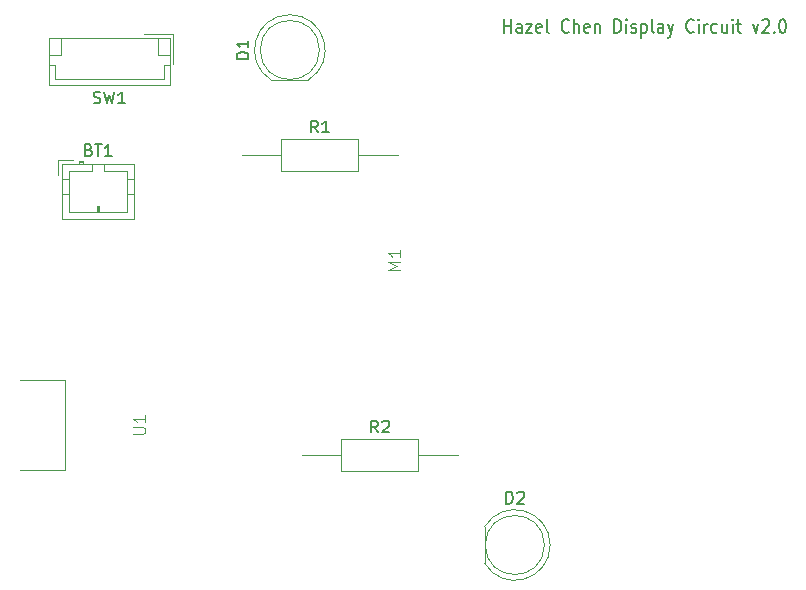
<source format=gbr>
%TF.GenerationSoftware,KiCad,Pcbnew,8.0.8*%
%TF.CreationDate,2025-02-26T19:15:05-08:00*%
%TF.ProjectId,techin514-final-project,74656368-696e-4353-9134-2d66696e616c,rev?*%
%TF.SameCoordinates,Original*%
%TF.FileFunction,Legend,Top*%
%TF.FilePolarity,Positive*%
%FSLAX46Y46*%
G04 Gerber Fmt 4.6, Leading zero omitted, Abs format (unit mm)*
G04 Created by KiCad (PCBNEW 8.0.8) date 2025-02-26 19:15:05*
%MOMM*%
%LPD*%
G01*
G04 APERTURE LIST*
%ADD10C,0.200000*%
%ADD11C,0.150000*%
%ADD12C,0.100000*%
%ADD13C,0.120000*%
G04 APERTURE END LIST*
D10*
X104509673Y-63342742D02*
X104509673Y-62142742D01*
X104509673Y-62714171D02*
X105081101Y-62714171D01*
X105081101Y-63342742D02*
X105081101Y-62142742D01*
X105985863Y-63342742D02*
X105985863Y-62714171D01*
X105985863Y-62714171D02*
X105938244Y-62599885D01*
X105938244Y-62599885D02*
X105843006Y-62542742D01*
X105843006Y-62542742D02*
X105652530Y-62542742D01*
X105652530Y-62542742D02*
X105557292Y-62599885D01*
X105985863Y-63285600D02*
X105890625Y-63342742D01*
X105890625Y-63342742D02*
X105652530Y-63342742D01*
X105652530Y-63342742D02*
X105557292Y-63285600D01*
X105557292Y-63285600D02*
X105509673Y-63171314D01*
X105509673Y-63171314D02*
X105509673Y-63057028D01*
X105509673Y-63057028D02*
X105557292Y-62942742D01*
X105557292Y-62942742D02*
X105652530Y-62885600D01*
X105652530Y-62885600D02*
X105890625Y-62885600D01*
X105890625Y-62885600D02*
X105985863Y-62828457D01*
X106366816Y-62542742D02*
X106890625Y-62542742D01*
X106890625Y-62542742D02*
X106366816Y-63342742D01*
X106366816Y-63342742D02*
X106890625Y-63342742D01*
X107652530Y-63285600D02*
X107557292Y-63342742D01*
X107557292Y-63342742D02*
X107366816Y-63342742D01*
X107366816Y-63342742D02*
X107271578Y-63285600D01*
X107271578Y-63285600D02*
X107223959Y-63171314D01*
X107223959Y-63171314D02*
X107223959Y-62714171D01*
X107223959Y-62714171D02*
X107271578Y-62599885D01*
X107271578Y-62599885D02*
X107366816Y-62542742D01*
X107366816Y-62542742D02*
X107557292Y-62542742D01*
X107557292Y-62542742D02*
X107652530Y-62599885D01*
X107652530Y-62599885D02*
X107700149Y-62714171D01*
X107700149Y-62714171D02*
X107700149Y-62828457D01*
X107700149Y-62828457D02*
X107223959Y-62942742D01*
X108271578Y-63342742D02*
X108176340Y-63285600D01*
X108176340Y-63285600D02*
X108128721Y-63171314D01*
X108128721Y-63171314D02*
X108128721Y-62142742D01*
X109985864Y-63228457D02*
X109938245Y-63285600D01*
X109938245Y-63285600D02*
X109795388Y-63342742D01*
X109795388Y-63342742D02*
X109700150Y-63342742D01*
X109700150Y-63342742D02*
X109557293Y-63285600D01*
X109557293Y-63285600D02*
X109462055Y-63171314D01*
X109462055Y-63171314D02*
X109414436Y-63057028D01*
X109414436Y-63057028D02*
X109366817Y-62828457D01*
X109366817Y-62828457D02*
X109366817Y-62657028D01*
X109366817Y-62657028D02*
X109414436Y-62428457D01*
X109414436Y-62428457D02*
X109462055Y-62314171D01*
X109462055Y-62314171D02*
X109557293Y-62199885D01*
X109557293Y-62199885D02*
X109700150Y-62142742D01*
X109700150Y-62142742D02*
X109795388Y-62142742D01*
X109795388Y-62142742D02*
X109938245Y-62199885D01*
X109938245Y-62199885D02*
X109985864Y-62257028D01*
X110414436Y-63342742D02*
X110414436Y-62142742D01*
X110843007Y-63342742D02*
X110843007Y-62714171D01*
X110843007Y-62714171D02*
X110795388Y-62599885D01*
X110795388Y-62599885D02*
X110700150Y-62542742D01*
X110700150Y-62542742D02*
X110557293Y-62542742D01*
X110557293Y-62542742D02*
X110462055Y-62599885D01*
X110462055Y-62599885D02*
X110414436Y-62657028D01*
X111700150Y-63285600D02*
X111604912Y-63342742D01*
X111604912Y-63342742D02*
X111414436Y-63342742D01*
X111414436Y-63342742D02*
X111319198Y-63285600D01*
X111319198Y-63285600D02*
X111271579Y-63171314D01*
X111271579Y-63171314D02*
X111271579Y-62714171D01*
X111271579Y-62714171D02*
X111319198Y-62599885D01*
X111319198Y-62599885D02*
X111414436Y-62542742D01*
X111414436Y-62542742D02*
X111604912Y-62542742D01*
X111604912Y-62542742D02*
X111700150Y-62599885D01*
X111700150Y-62599885D02*
X111747769Y-62714171D01*
X111747769Y-62714171D02*
X111747769Y-62828457D01*
X111747769Y-62828457D02*
X111271579Y-62942742D01*
X112176341Y-62542742D02*
X112176341Y-63342742D01*
X112176341Y-62657028D02*
X112223960Y-62599885D01*
X112223960Y-62599885D02*
X112319198Y-62542742D01*
X112319198Y-62542742D02*
X112462055Y-62542742D01*
X112462055Y-62542742D02*
X112557293Y-62599885D01*
X112557293Y-62599885D02*
X112604912Y-62714171D01*
X112604912Y-62714171D02*
X112604912Y-63342742D01*
X113843008Y-63342742D02*
X113843008Y-62142742D01*
X113843008Y-62142742D02*
X114081103Y-62142742D01*
X114081103Y-62142742D02*
X114223960Y-62199885D01*
X114223960Y-62199885D02*
X114319198Y-62314171D01*
X114319198Y-62314171D02*
X114366817Y-62428457D01*
X114366817Y-62428457D02*
X114414436Y-62657028D01*
X114414436Y-62657028D02*
X114414436Y-62828457D01*
X114414436Y-62828457D02*
X114366817Y-63057028D01*
X114366817Y-63057028D02*
X114319198Y-63171314D01*
X114319198Y-63171314D02*
X114223960Y-63285600D01*
X114223960Y-63285600D02*
X114081103Y-63342742D01*
X114081103Y-63342742D02*
X113843008Y-63342742D01*
X114843008Y-63342742D02*
X114843008Y-62542742D01*
X114843008Y-62142742D02*
X114795389Y-62199885D01*
X114795389Y-62199885D02*
X114843008Y-62257028D01*
X114843008Y-62257028D02*
X114890627Y-62199885D01*
X114890627Y-62199885D02*
X114843008Y-62142742D01*
X114843008Y-62142742D02*
X114843008Y-62257028D01*
X115271579Y-63285600D02*
X115366817Y-63342742D01*
X115366817Y-63342742D02*
X115557293Y-63342742D01*
X115557293Y-63342742D02*
X115652531Y-63285600D01*
X115652531Y-63285600D02*
X115700150Y-63171314D01*
X115700150Y-63171314D02*
X115700150Y-63114171D01*
X115700150Y-63114171D02*
X115652531Y-62999885D01*
X115652531Y-62999885D02*
X115557293Y-62942742D01*
X115557293Y-62942742D02*
X115414436Y-62942742D01*
X115414436Y-62942742D02*
X115319198Y-62885600D01*
X115319198Y-62885600D02*
X115271579Y-62771314D01*
X115271579Y-62771314D02*
X115271579Y-62714171D01*
X115271579Y-62714171D02*
X115319198Y-62599885D01*
X115319198Y-62599885D02*
X115414436Y-62542742D01*
X115414436Y-62542742D02*
X115557293Y-62542742D01*
X115557293Y-62542742D02*
X115652531Y-62599885D01*
X116128722Y-62542742D02*
X116128722Y-63742742D01*
X116128722Y-62599885D02*
X116223960Y-62542742D01*
X116223960Y-62542742D02*
X116414436Y-62542742D01*
X116414436Y-62542742D02*
X116509674Y-62599885D01*
X116509674Y-62599885D02*
X116557293Y-62657028D01*
X116557293Y-62657028D02*
X116604912Y-62771314D01*
X116604912Y-62771314D02*
X116604912Y-63114171D01*
X116604912Y-63114171D02*
X116557293Y-63228457D01*
X116557293Y-63228457D02*
X116509674Y-63285600D01*
X116509674Y-63285600D02*
X116414436Y-63342742D01*
X116414436Y-63342742D02*
X116223960Y-63342742D01*
X116223960Y-63342742D02*
X116128722Y-63285600D01*
X117176341Y-63342742D02*
X117081103Y-63285600D01*
X117081103Y-63285600D02*
X117033484Y-63171314D01*
X117033484Y-63171314D02*
X117033484Y-62142742D01*
X117985865Y-63342742D02*
X117985865Y-62714171D01*
X117985865Y-62714171D02*
X117938246Y-62599885D01*
X117938246Y-62599885D02*
X117843008Y-62542742D01*
X117843008Y-62542742D02*
X117652532Y-62542742D01*
X117652532Y-62542742D02*
X117557294Y-62599885D01*
X117985865Y-63285600D02*
X117890627Y-63342742D01*
X117890627Y-63342742D02*
X117652532Y-63342742D01*
X117652532Y-63342742D02*
X117557294Y-63285600D01*
X117557294Y-63285600D02*
X117509675Y-63171314D01*
X117509675Y-63171314D02*
X117509675Y-63057028D01*
X117509675Y-63057028D02*
X117557294Y-62942742D01*
X117557294Y-62942742D02*
X117652532Y-62885600D01*
X117652532Y-62885600D02*
X117890627Y-62885600D01*
X117890627Y-62885600D02*
X117985865Y-62828457D01*
X118366818Y-62542742D02*
X118604913Y-63342742D01*
X118843008Y-62542742D02*
X118604913Y-63342742D01*
X118604913Y-63342742D02*
X118509675Y-63628457D01*
X118509675Y-63628457D02*
X118462056Y-63685600D01*
X118462056Y-63685600D02*
X118366818Y-63742742D01*
X120557294Y-63228457D02*
X120509675Y-63285600D01*
X120509675Y-63285600D02*
X120366818Y-63342742D01*
X120366818Y-63342742D02*
X120271580Y-63342742D01*
X120271580Y-63342742D02*
X120128723Y-63285600D01*
X120128723Y-63285600D02*
X120033485Y-63171314D01*
X120033485Y-63171314D02*
X119985866Y-63057028D01*
X119985866Y-63057028D02*
X119938247Y-62828457D01*
X119938247Y-62828457D02*
X119938247Y-62657028D01*
X119938247Y-62657028D02*
X119985866Y-62428457D01*
X119985866Y-62428457D02*
X120033485Y-62314171D01*
X120033485Y-62314171D02*
X120128723Y-62199885D01*
X120128723Y-62199885D02*
X120271580Y-62142742D01*
X120271580Y-62142742D02*
X120366818Y-62142742D01*
X120366818Y-62142742D02*
X120509675Y-62199885D01*
X120509675Y-62199885D02*
X120557294Y-62257028D01*
X120985866Y-63342742D02*
X120985866Y-62542742D01*
X120985866Y-62142742D02*
X120938247Y-62199885D01*
X120938247Y-62199885D02*
X120985866Y-62257028D01*
X120985866Y-62257028D02*
X121033485Y-62199885D01*
X121033485Y-62199885D02*
X120985866Y-62142742D01*
X120985866Y-62142742D02*
X120985866Y-62257028D01*
X121462056Y-63342742D02*
X121462056Y-62542742D01*
X121462056Y-62771314D02*
X121509675Y-62657028D01*
X121509675Y-62657028D02*
X121557294Y-62599885D01*
X121557294Y-62599885D02*
X121652532Y-62542742D01*
X121652532Y-62542742D02*
X121747770Y-62542742D01*
X122509675Y-63285600D02*
X122414437Y-63342742D01*
X122414437Y-63342742D02*
X122223961Y-63342742D01*
X122223961Y-63342742D02*
X122128723Y-63285600D01*
X122128723Y-63285600D02*
X122081104Y-63228457D01*
X122081104Y-63228457D02*
X122033485Y-63114171D01*
X122033485Y-63114171D02*
X122033485Y-62771314D01*
X122033485Y-62771314D02*
X122081104Y-62657028D01*
X122081104Y-62657028D02*
X122128723Y-62599885D01*
X122128723Y-62599885D02*
X122223961Y-62542742D01*
X122223961Y-62542742D02*
X122414437Y-62542742D01*
X122414437Y-62542742D02*
X122509675Y-62599885D01*
X123366818Y-62542742D02*
X123366818Y-63342742D01*
X122938247Y-62542742D02*
X122938247Y-63171314D01*
X122938247Y-63171314D02*
X122985866Y-63285600D01*
X122985866Y-63285600D02*
X123081104Y-63342742D01*
X123081104Y-63342742D02*
X123223961Y-63342742D01*
X123223961Y-63342742D02*
X123319199Y-63285600D01*
X123319199Y-63285600D02*
X123366818Y-63228457D01*
X123843009Y-63342742D02*
X123843009Y-62542742D01*
X123843009Y-62142742D02*
X123795390Y-62199885D01*
X123795390Y-62199885D02*
X123843009Y-62257028D01*
X123843009Y-62257028D02*
X123890628Y-62199885D01*
X123890628Y-62199885D02*
X123843009Y-62142742D01*
X123843009Y-62142742D02*
X123843009Y-62257028D01*
X124176342Y-62542742D02*
X124557294Y-62542742D01*
X124319199Y-62142742D02*
X124319199Y-63171314D01*
X124319199Y-63171314D02*
X124366818Y-63285600D01*
X124366818Y-63285600D02*
X124462056Y-63342742D01*
X124462056Y-63342742D02*
X124557294Y-63342742D01*
X125557295Y-62542742D02*
X125795390Y-63342742D01*
X125795390Y-63342742D02*
X126033485Y-62542742D01*
X126366819Y-62257028D02*
X126414438Y-62199885D01*
X126414438Y-62199885D02*
X126509676Y-62142742D01*
X126509676Y-62142742D02*
X126747771Y-62142742D01*
X126747771Y-62142742D02*
X126843009Y-62199885D01*
X126843009Y-62199885D02*
X126890628Y-62257028D01*
X126890628Y-62257028D02*
X126938247Y-62371314D01*
X126938247Y-62371314D02*
X126938247Y-62485600D01*
X126938247Y-62485600D02*
X126890628Y-62657028D01*
X126890628Y-62657028D02*
X126319200Y-63342742D01*
X126319200Y-63342742D02*
X126938247Y-63342742D01*
X127366819Y-63228457D02*
X127414438Y-63285600D01*
X127414438Y-63285600D02*
X127366819Y-63342742D01*
X127366819Y-63342742D02*
X127319200Y-63285600D01*
X127319200Y-63285600D02*
X127366819Y-63228457D01*
X127366819Y-63228457D02*
X127366819Y-63342742D01*
X128033485Y-62142742D02*
X128128723Y-62142742D01*
X128128723Y-62142742D02*
X128223961Y-62199885D01*
X128223961Y-62199885D02*
X128271580Y-62257028D01*
X128271580Y-62257028D02*
X128319199Y-62371314D01*
X128319199Y-62371314D02*
X128366818Y-62599885D01*
X128366818Y-62599885D02*
X128366818Y-62885600D01*
X128366818Y-62885600D02*
X128319199Y-63114171D01*
X128319199Y-63114171D02*
X128271580Y-63228457D01*
X128271580Y-63228457D02*
X128223961Y-63285600D01*
X128223961Y-63285600D02*
X128128723Y-63342742D01*
X128128723Y-63342742D02*
X128033485Y-63342742D01*
X128033485Y-63342742D02*
X127938247Y-63285600D01*
X127938247Y-63285600D02*
X127890628Y-63228457D01*
X127890628Y-63228457D02*
X127843009Y-63114171D01*
X127843009Y-63114171D02*
X127795390Y-62885600D01*
X127795390Y-62885600D02*
X127795390Y-62599885D01*
X127795390Y-62599885D02*
X127843009Y-62371314D01*
X127843009Y-62371314D02*
X127890628Y-62257028D01*
X127890628Y-62257028D02*
X127938247Y-62199885D01*
X127938247Y-62199885D02*
X128033485Y-62142742D01*
D11*
X93813333Y-97144819D02*
X93480000Y-96668628D01*
X93241905Y-97144819D02*
X93241905Y-96144819D01*
X93241905Y-96144819D02*
X93622857Y-96144819D01*
X93622857Y-96144819D02*
X93718095Y-96192438D01*
X93718095Y-96192438D02*
X93765714Y-96240057D01*
X93765714Y-96240057D02*
X93813333Y-96335295D01*
X93813333Y-96335295D02*
X93813333Y-96478152D01*
X93813333Y-96478152D02*
X93765714Y-96573390D01*
X93765714Y-96573390D02*
X93718095Y-96621009D01*
X93718095Y-96621009D02*
X93622857Y-96668628D01*
X93622857Y-96668628D02*
X93241905Y-96668628D01*
X94194286Y-96240057D02*
X94241905Y-96192438D01*
X94241905Y-96192438D02*
X94337143Y-96144819D01*
X94337143Y-96144819D02*
X94575238Y-96144819D01*
X94575238Y-96144819D02*
X94670476Y-96192438D01*
X94670476Y-96192438D02*
X94718095Y-96240057D01*
X94718095Y-96240057D02*
X94765714Y-96335295D01*
X94765714Y-96335295D02*
X94765714Y-96430533D01*
X94765714Y-96430533D02*
X94718095Y-96573390D01*
X94718095Y-96573390D02*
X94146667Y-97144819D01*
X94146667Y-97144819D02*
X94765714Y-97144819D01*
X88733333Y-71744819D02*
X88400000Y-71268628D01*
X88161905Y-71744819D02*
X88161905Y-70744819D01*
X88161905Y-70744819D02*
X88542857Y-70744819D01*
X88542857Y-70744819D02*
X88638095Y-70792438D01*
X88638095Y-70792438D02*
X88685714Y-70840057D01*
X88685714Y-70840057D02*
X88733333Y-70935295D01*
X88733333Y-70935295D02*
X88733333Y-71078152D01*
X88733333Y-71078152D02*
X88685714Y-71173390D01*
X88685714Y-71173390D02*
X88638095Y-71221009D01*
X88638095Y-71221009D02*
X88542857Y-71268628D01*
X88542857Y-71268628D02*
X88161905Y-71268628D01*
X89685714Y-71744819D02*
X89114286Y-71744819D01*
X89400000Y-71744819D02*
X89400000Y-70744819D01*
X89400000Y-70744819D02*
X89304762Y-70887676D01*
X89304762Y-70887676D02*
X89209524Y-70982914D01*
X89209524Y-70982914D02*
X89114286Y-71030533D01*
X69746667Y-69247200D02*
X69889524Y-69294819D01*
X69889524Y-69294819D02*
X70127619Y-69294819D01*
X70127619Y-69294819D02*
X70222857Y-69247200D01*
X70222857Y-69247200D02*
X70270476Y-69199580D01*
X70270476Y-69199580D02*
X70318095Y-69104342D01*
X70318095Y-69104342D02*
X70318095Y-69009104D01*
X70318095Y-69009104D02*
X70270476Y-68913866D01*
X70270476Y-68913866D02*
X70222857Y-68866247D01*
X70222857Y-68866247D02*
X70127619Y-68818628D01*
X70127619Y-68818628D02*
X69937143Y-68771009D01*
X69937143Y-68771009D02*
X69841905Y-68723390D01*
X69841905Y-68723390D02*
X69794286Y-68675771D01*
X69794286Y-68675771D02*
X69746667Y-68580533D01*
X69746667Y-68580533D02*
X69746667Y-68485295D01*
X69746667Y-68485295D02*
X69794286Y-68390057D01*
X69794286Y-68390057D02*
X69841905Y-68342438D01*
X69841905Y-68342438D02*
X69937143Y-68294819D01*
X69937143Y-68294819D02*
X70175238Y-68294819D01*
X70175238Y-68294819D02*
X70318095Y-68342438D01*
X70651429Y-68294819D02*
X70889524Y-69294819D01*
X70889524Y-69294819D02*
X71080000Y-68580533D01*
X71080000Y-68580533D02*
X71270476Y-69294819D01*
X71270476Y-69294819D02*
X71508572Y-68294819D01*
X72413333Y-69294819D02*
X71841905Y-69294819D01*
X72127619Y-69294819D02*
X72127619Y-68294819D01*
X72127619Y-68294819D02*
X72032381Y-68437676D01*
X72032381Y-68437676D02*
X71937143Y-68532914D01*
X71937143Y-68532914D02*
X71841905Y-68580533D01*
D12*
X95707419Y-83359523D02*
X94707419Y-83359523D01*
X94707419Y-83359523D02*
X95421704Y-83026190D01*
X95421704Y-83026190D02*
X94707419Y-82692857D01*
X94707419Y-82692857D02*
X95707419Y-82692857D01*
X95707419Y-81692857D02*
X95707419Y-82264285D01*
X95707419Y-81978571D02*
X94707419Y-81978571D01*
X94707419Y-81978571D02*
X94850276Y-82073809D01*
X94850276Y-82073809D02*
X94945514Y-82169047D01*
X94945514Y-82169047D02*
X94993133Y-82264285D01*
D11*
X104671905Y-103174819D02*
X104671905Y-102174819D01*
X104671905Y-102174819D02*
X104910000Y-102174819D01*
X104910000Y-102174819D02*
X105052857Y-102222438D01*
X105052857Y-102222438D02*
X105148095Y-102317676D01*
X105148095Y-102317676D02*
X105195714Y-102412914D01*
X105195714Y-102412914D02*
X105243333Y-102603390D01*
X105243333Y-102603390D02*
X105243333Y-102746247D01*
X105243333Y-102746247D02*
X105195714Y-102936723D01*
X105195714Y-102936723D02*
X105148095Y-103031961D01*
X105148095Y-103031961D02*
X105052857Y-103127200D01*
X105052857Y-103127200D02*
X104910000Y-103174819D01*
X104910000Y-103174819D02*
X104671905Y-103174819D01*
X105624286Y-102270057D02*
X105671905Y-102222438D01*
X105671905Y-102222438D02*
X105767143Y-102174819D01*
X105767143Y-102174819D02*
X106005238Y-102174819D01*
X106005238Y-102174819D02*
X106100476Y-102222438D01*
X106100476Y-102222438D02*
X106148095Y-102270057D01*
X106148095Y-102270057D02*
X106195714Y-102365295D01*
X106195714Y-102365295D02*
X106195714Y-102460533D01*
X106195714Y-102460533D02*
X106148095Y-102603390D01*
X106148095Y-102603390D02*
X105576667Y-103174819D01*
X105576667Y-103174819D02*
X106195714Y-103174819D01*
X82854819Y-65508094D02*
X81854819Y-65508094D01*
X81854819Y-65508094D02*
X81854819Y-65269999D01*
X81854819Y-65269999D02*
X81902438Y-65127142D01*
X81902438Y-65127142D02*
X81997676Y-65031904D01*
X81997676Y-65031904D02*
X82092914Y-64984285D01*
X82092914Y-64984285D02*
X82283390Y-64936666D01*
X82283390Y-64936666D02*
X82426247Y-64936666D01*
X82426247Y-64936666D02*
X82616723Y-64984285D01*
X82616723Y-64984285D02*
X82711961Y-65031904D01*
X82711961Y-65031904D02*
X82807200Y-65127142D01*
X82807200Y-65127142D02*
X82854819Y-65269999D01*
X82854819Y-65269999D02*
X82854819Y-65508094D01*
X82854819Y-63984285D02*
X82854819Y-64555713D01*
X82854819Y-64269999D02*
X81854819Y-64269999D01*
X81854819Y-64269999D02*
X81997676Y-64365237D01*
X81997676Y-64365237D02*
X82092914Y-64460475D01*
X82092914Y-64460475D02*
X82140533Y-64555713D01*
X69334285Y-73231009D02*
X69477142Y-73278628D01*
X69477142Y-73278628D02*
X69524761Y-73326247D01*
X69524761Y-73326247D02*
X69572380Y-73421485D01*
X69572380Y-73421485D02*
X69572380Y-73564342D01*
X69572380Y-73564342D02*
X69524761Y-73659580D01*
X69524761Y-73659580D02*
X69477142Y-73707200D01*
X69477142Y-73707200D02*
X69381904Y-73754819D01*
X69381904Y-73754819D02*
X69000952Y-73754819D01*
X69000952Y-73754819D02*
X69000952Y-72754819D01*
X69000952Y-72754819D02*
X69334285Y-72754819D01*
X69334285Y-72754819D02*
X69429523Y-72802438D01*
X69429523Y-72802438D02*
X69477142Y-72850057D01*
X69477142Y-72850057D02*
X69524761Y-72945295D01*
X69524761Y-72945295D02*
X69524761Y-73040533D01*
X69524761Y-73040533D02*
X69477142Y-73135771D01*
X69477142Y-73135771D02*
X69429523Y-73183390D01*
X69429523Y-73183390D02*
X69334285Y-73231009D01*
X69334285Y-73231009D02*
X69000952Y-73231009D01*
X69858095Y-72754819D02*
X70429523Y-72754819D01*
X70143809Y-73754819D02*
X70143809Y-72754819D01*
X71286666Y-73754819D02*
X70715238Y-73754819D01*
X71000952Y-73754819D02*
X71000952Y-72754819D01*
X71000952Y-72754819D02*
X70905714Y-72897676D01*
X70905714Y-72897676D02*
X70810476Y-72992914D01*
X70810476Y-72992914D02*
X70715238Y-73040533D01*
D12*
X73117419Y-97281904D02*
X73926942Y-97281904D01*
X73926942Y-97281904D02*
X74022180Y-97234285D01*
X74022180Y-97234285D02*
X74069800Y-97186666D01*
X74069800Y-97186666D02*
X74117419Y-97091428D01*
X74117419Y-97091428D02*
X74117419Y-96900952D01*
X74117419Y-96900952D02*
X74069800Y-96805714D01*
X74069800Y-96805714D02*
X74022180Y-96758095D01*
X74022180Y-96758095D02*
X73926942Y-96710476D01*
X73926942Y-96710476D02*
X73117419Y-96710476D01*
X74117419Y-95710476D02*
X74117419Y-96281904D01*
X74117419Y-95996190D02*
X73117419Y-95996190D01*
X73117419Y-95996190D02*
X73260276Y-96091428D01*
X73260276Y-96091428D02*
X73355514Y-96186666D01*
X73355514Y-96186666D02*
X73403133Y-96281904D01*
D13*
%TO.C,R2*%
X87400000Y-99060000D02*
X90710000Y-99060000D01*
X90710000Y-97690000D02*
X90710000Y-100430000D01*
X90710000Y-100430000D02*
X97250000Y-100430000D01*
X97250000Y-97690000D02*
X90710000Y-97690000D01*
X97250000Y-100430000D02*
X97250000Y-97690000D01*
X100560000Y-99060000D02*
X97250000Y-99060000D01*
%TO.C,R1*%
X82320000Y-73660000D02*
X85630000Y-73660000D01*
X85630000Y-72290000D02*
X85630000Y-75030000D01*
X85630000Y-75030000D02*
X92170000Y-75030000D01*
X92170000Y-72290000D02*
X85630000Y-72290000D01*
X92170000Y-75030000D02*
X92170000Y-72290000D01*
X95480000Y-73660000D02*
X92170000Y-73660000D01*
%TO.C,SW1*%
X65970000Y-63730000D02*
X65970000Y-67750000D01*
X65970000Y-65230000D02*
X66970000Y-65230000D01*
X65970000Y-67750000D02*
X76190000Y-67750000D01*
X66470000Y-66040000D02*
X65970000Y-66040000D01*
X66470000Y-67250000D02*
X66470000Y-66040000D01*
X66970000Y-65230000D02*
X66970000Y-63730000D01*
X75190000Y-65230000D02*
X75190000Y-63730000D01*
X75690000Y-66040000D02*
X75690000Y-67250000D01*
X75690000Y-67250000D02*
X66470000Y-67250000D01*
X76190000Y-63730000D02*
X65970000Y-63730000D01*
X76190000Y-65230000D02*
X75190000Y-65230000D01*
X76190000Y-66040000D02*
X75690000Y-66040000D01*
X76190000Y-67750000D02*
X76190000Y-63730000D01*
X76490000Y-63430000D02*
X73990000Y-63430000D01*
X76490000Y-65930000D02*
X76490000Y-63430000D01*
%TO.C,D2*%
X102850000Y-105135000D02*
X102850000Y-108225000D01*
X102850000Y-105135170D02*
G75*
G02*
X108400000Y-106679952I2560000J-1544830D01*
G01*
X108400000Y-106680048D02*
G75*
G02*
X102850000Y-108224830I-2990000J48D01*
G01*
X107910000Y-106680000D02*
G75*
G02*
X102910000Y-106680000I-2500000J0D01*
G01*
X102910000Y-106680000D02*
G75*
G02*
X107910000Y-106680000I2500000J0D01*
G01*
%TO.C,D1*%
X88860000Y-64770000D02*
G75*
G02*
X83860000Y-64770000I-2500000J0D01*
G01*
X83860000Y-64770000D02*
G75*
G02*
X88860000Y-64770000I2500000J0D01*
G01*
X86360048Y-61780000D02*
G75*
G02*
X87904830Y-67330000I-48J-2990000D01*
G01*
X84815170Y-67330000D02*
G75*
G02*
X86359952Y-61780000I1544830J2560000D01*
G01*
X84815000Y-67330000D02*
X87905000Y-67330000D01*
%TO.C,BT1*%
X66760000Y-74090000D02*
X66760000Y-75340000D01*
X67060000Y-74390000D02*
X67060000Y-79110000D01*
X67060000Y-75700000D02*
X67670000Y-75700000D01*
X67060000Y-77000000D02*
X67670000Y-77000000D01*
X67060000Y-79110000D02*
X73180000Y-79110000D01*
X67670000Y-75000000D02*
X67670000Y-78500000D01*
X67670000Y-78500000D02*
X72570000Y-78500000D01*
X68010000Y-74090000D02*
X66760000Y-74090000D01*
X68520000Y-74190000D02*
X68520000Y-74390000D01*
X68820000Y-74190000D02*
X68520000Y-74190000D01*
X68820000Y-74290000D02*
X68520000Y-74290000D01*
X68820000Y-74390000D02*
X68820000Y-74190000D01*
X69620000Y-74390000D02*
X69620000Y-75000000D01*
X69620000Y-75000000D02*
X67670000Y-75000000D01*
X70020000Y-78000000D02*
X70220000Y-78000000D01*
X70020000Y-78500000D02*
X70020000Y-78000000D01*
X70120000Y-78500000D02*
X70120000Y-78000000D01*
X70220000Y-78000000D02*
X70220000Y-78500000D01*
X70620000Y-75000000D02*
X70620000Y-74390000D01*
X72570000Y-75000000D02*
X70620000Y-75000000D01*
X72570000Y-78500000D02*
X72570000Y-75000000D01*
X73180000Y-74390000D02*
X67060000Y-74390000D01*
X73180000Y-75700000D02*
X72570000Y-75700000D01*
X73180000Y-77000000D02*
X72570000Y-77000000D01*
X73180000Y-79110000D02*
X73180000Y-74390000D01*
D12*
%TO.C,U1*%
X63500000Y-100330000D02*
X67310000Y-100330000D01*
X67310000Y-100330000D02*
X67310000Y-92710000D01*
X67310000Y-92710000D02*
X63500000Y-92710000D01*
%TD*%
M02*

</source>
